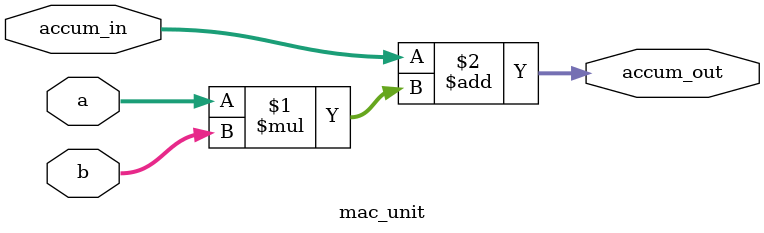
<source format=v>
`timescale 1ns / 1ps


module mac_unit (
    input signed [7:0] a,         // Input A (data or previous layer output)
    input signed [7:0] b,         // Input B (weight)
    input signed [15:0] accum_in, // Accumulated input
    output signed [15:0] accum_out // Accumulated output
);
    assign accum_out = accum_in + a * b;
endmodule

</source>
